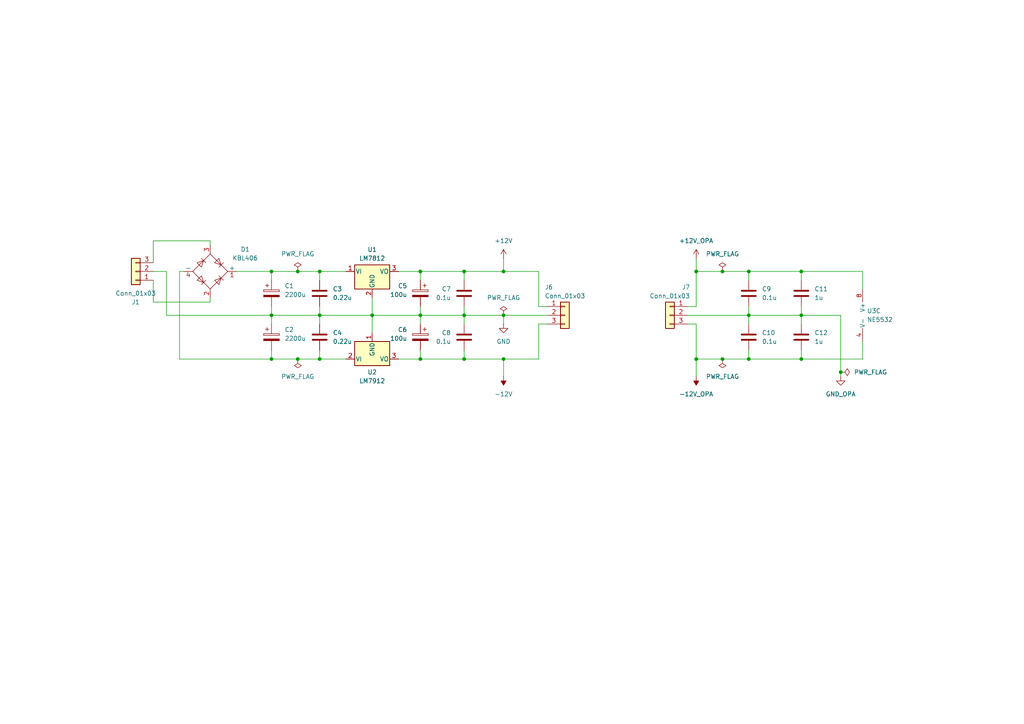
<source format=kicad_sch>
(kicad_sch (version 20250114) (generator "eeschema") (generator_version "9.0")
  (paper "A4")
  (lib_symbols
    (symbol "Amplifier_Operational:NE5532" (pin_names (offset 0.127))
      (property "Reference" "U" (at 0 5.08 0))
      (property "Value" "NE5532" (at 0 -5.08 0))
      (symbol "NE5532_1_1"
        (polyline (pts (xy -5.08 5.08) (xy 5.08 0) (xy -5.08 -5.08) (xy -5.08 5.08)) (stroke (width 0.254)) (fill (type background)))
        (pin input line (at -7.62 2.54 0) (length 2.54) (name "+") (number "3"))
        (pin input line (at -7.62 -2.54 0) (length 2.54) (name "-") (number "2"))
        (pin output line (at 7.62 0 180) (length 2.54) (name "~") (number "1"))
      )
      (symbol "NE5532_2_1"
        (polyline (pts (xy -5.08 5.08) (xy 5.08 0) (xy -5.08 -5.08) (xy -5.08 5.08)) (stroke (width 0.254)) (fill (type background)))
        (pin input line (at -7.62 2.54 0) (length 2.54) (name "+") (number "5"))
        (pin input line (at -7.62 -2.54 0) (length 2.54) (name "-") (number "6"))
        (pin output line (at 7.62 0 180) (length 2.54) (name "~") (number "7"))
      )
      (symbol "NE5532_3_1"
        (pin power_in line (at -2.54 7.62 270) (length 3.81) (name "V+") (number "8"))
        (pin power_in line (at -2.54 -7.62 90) (length 3.81) (name "V-") (number "4"))
      )
    )
    (symbol "Connector_Generic:Conn_01x03" (pin_names (offset 1.016) (hide yes))
      (property "Reference" "J" (at 0 5.08 0))
      (property "Value" "Conn_01x03" (at 0 -5.08 0))
      (symbol "Conn_01x03_1_1"
        (rectangle (start -1.27 3.81) (end 1.27 -3.81) (stroke (width 0.254)) (fill (type background)))
        (rectangle (start -1.27 2.667) (end 0 2.413) (stroke (width 0.1524)))
        (rectangle (start -1.27 0.127) (end 0 -0.127) (stroke (width 0.1524)))
        (rectangle (start -1.27 -2.413) (end 0 -2.667) (stroke (width 0.1524)))
        (pin passive line (at -5.08 2.54 0) (length 3.81) (name "Pin_1") (number "1"))
        (pin passive line (at -5.08 0 0) (length 3.81) (name "Pin_2") (number "2"))
        (pin passive line (at -5.08 -2.54 0) (length 3.81) (name "Pin_3") (number "3"))
      )
    )
    (symbol "Device:C" (pin_numbers (hide yes)) (pin_names (offset 0.254))
      (property "Reference" "C" (at 0.635 2.54 0))
      (property "Value" "C" (at 0.635 -2.54 0))
      (symbol "C_0_1"
        (polyline (pts (xy -2.032 0.762) (xy 2.032 0.762)) (stroke (width 0.508)))
        (polyline (pts (xy -2.032 -0.762) (xy 2.032 -0.762)) (stroke (width 0.508)))
      )
      (symbol "C_1_1"
        (pin passive line (at 0 3.81 270) (length 2.794) (name "~") (number "1"))
        (pin passive line (at 0 -3.81 90) (length 2.794) (name "~") (number "2"))
      )
    )
    (symbol "Device:C_Polarized" (pin_numbers (hide yes)) (pin_names (offset 0.254))
      (property "Reference" "C" (at 0.635 2.54 0))
      (property "Value" "C_Polarized" (at 0.635 -2.54 0))
      (symbol "C_Polarized_0_1"
        (rectangle (start -2.286 0.508) (end 2.286 1.016))
        (polyline (pts (xy -1.778 2.286) (xy -0.762 2.286)))
        (polyline (pts (xy -1.27 2.794) (xy -1.27 1.778)))
        (rectangle (start 2.286 -0.508) (end -2.286 -1.016) (fill (type outline)))
      )
      (symbol "C_Polarized_1_1"
        (pin passive line (at 0 3.81 270) (length 2.794) (name "~") (number "1"))
        (pin passive line (at 0 -3.81 90) (length 2.794) (name "~") (number "2"))
      )
    )
    (symbol "Diode_Bridge:KBU4K" (pin_names (offset 0))
      (property "Reference" "D" (at 2.54 6.985 0))
      (property "Value" "KBU4K" (at 2.54 5.08 0))
      (symbol "KBU4K_0_1"
        (polyline (pts (xy -5.08 0) (xy 0 -5.08) (xy 5.08 0) (xy 0 5.08) (xy -5.08 0)))
        (polyline (pts (xy -3.81 2.54) (xy -2.54 1.27) (xy -1.905 3.175) (xy -3.81 2.54)))
        (polyline (pts (xy -2.54 3.81) (xy -1.27 2.54)))
        (polyline (pts (xy -2.54 -1.27) (xy -3.81 -2.54) (xy -1.905 -3.175) (xy -2.54 -1.27)))
        (polyline (pts (xy -1.27 -2.54) (xy -2.54 -3.81)))
        (polyline (pts (xy 1.27 2.54) (xy 2.54 3.81) (xy 3.175 1.905) (xy 1.27 2.54)))
        (polyline (pts (xy 2.54 1.27) (xy 3.81 2.54)))
        (polyline (pts (xy 2.54 -1.27) (xy 3.81 -2.54)))
        (polyline (pts (xy 3.175 -1.905) (xy 1.27 -2.54) (xy 2.54 -3.81) (xy 3.175 -1.905)))
      )
      (symbol "KBU4K_1_1"
        (pin passive line (at -7.62 0 0) (length 2.54) (name "-") (number "4"))
        (pin passive line (at 0 7.62 270) (length 2.54) (name "~") (number "3"))
        (pin passive line (at 0 -7.62 90) (length 2.54) (name "~") (number "2"))
        (pin passive line (at 7.62 0 180) (length 2.54) (name "+") (number "1"))
      )
    )
    (symbol "Regulator_Linear:LM7812_TO220" (pin_names (offset 0.254))
      (property "Reference" "U" (at -3.81 3.175 0))
      (property "Value" "LM7812_TO220" (at 0 3.175 0))
      (symbol "LM7812_TO220_0_1"
        (rectangle (start -5.08 1.905) (end 5.08 -5.08) (stroke (width 0.254)) (fill (type background)))
      )
      (symbol "LM7812_TO220_1_1"
        (pin power_in line (at -7.62 0 0) (length 2.54) (name "VI") (number "1"))
        (pin power_in line (at 0 -7.62 90) (length 2.54) (name "GND") (number "2"))
        (pin power_out line (at 7.62 0 180) (length 2.54) (name "VO") (number "3"))
      )
    )
    (symbol "Regulator_Linear:LM7912_TO220" (pin_names (offset 0.254))
      (property "Reference" "U" (at -3.81 -3.175 0))
      (property "Value" "LM7912_TO220" (at 0 -3.175 0))
      (symbol "LM7912_TO220_0_1"
        (rectangle (start -5.08 5.08) (end 5.08 -1.905) (stroke (width 0.254)) (fill (type background)))
      )
      (symbol "LM7912_TO220_1_1"
        (pin power_in line (at -7.62 0 0) (length 2.54) (name "VI") (number "2"))
        (pin power_in line (at 0 7.62 270) (length 2.54) (name "GND") (number "1"))
        (pin power_out line (at 7.62 0 180) (length 2.54) (name "VO") (number "3"))
      )
    )
    (symbol "power:+12V" (power) (pin_numbers (hide yes)) (pin_names (offset 0) (hide yes))
      (property "Value" "+12V" (at 0 3.556 0))
      (symbol "+12V_0_1"
        (polyline (pts (xy -0.762 1.27) (xy 0 2.54)))
        (polyline (pts (xy 0 2.54) (xy 0.762 1.27)))
        (polyline (pts (xy 0 0) (xy 0 2.54)))
      )
      (symbol "+12V_1_1"
        (pin power_in line (at 0 0 90) (length 0) (name "~") (number "1"))
      )
    )
    (symbol "power:-12V" (power) (pin_numbers (hide yes)) (pin_names (offset 0) (hide yes))
      (property "Value" "-12V" (at 0 3.556 0))
      (symbol "-12V_0_0"
        (pin power_in line (at 0 0 90) (length 0) (name "~") (number "1"))
      )
      (symbol "-12V_0_1"
        (polyline (pts (xy 0 0) (xy 0 1.27) (xy 0.762 1.27) (xy 0 2.54) (xy -0.762 1.27) (xy 0 1.27)) (fill (type outline)))
      )
    )
    (symbol "power:GND" (power) (pin_numbers (hide yes)) (pin_names (offset 0) (hide yes))
      (property "Value" "GND" (at 0 -3.81 0))
      (symbol "GND_0_1"
        (polyline (pts (xy 0 0) (xy 0 -1.27) (xy 1.27 -1.27) (xy 0 -2.54) (xy -1.27 -1.27) (xy 0 -1.27)))
      )
      (symbol "GND_1_1"
        (pin power_in line (at 0 0 270) (length 0) (name "~") (number "1"))
      )
    )
    (symbol "power:PWR_FLAG" (power) (pin_numbers (hide yes)) (pin_names (offset 0) (hide yes))
      (property "Value" "PWR_FLAG" (at 0 3.81 0))
      (symbol "PWR_FLAG_0_0"
        (pin power_out line (at 0 0 90) (length 0) (name "~") (number "1"))
      )
      (symbol "PWR_FLAG_0_1"
        (polyline (pts (xy 0 0) (xy 0 1.27) (xy -1.016 1.905) (xy 0 2.54) (xy 1.016 1.905) (xy 0 1.27)))
      )
    )
  )
  (junction (at 209.55 78.74))
  (junction (at 86.36 104.14))
  (junction (at 78.74 104.14))
  (junction (at 121.92 104.14))
  (junction (at 92.71 104.14))
  (junction (at 217.17 78.74))
  (junction (at 121.92 78.74))
  (junction (at 92.71 91.44))
  (junction (at 146.05 78.74))
  (junction (at 243.84 107.95))
  (junction (at 217.17 104.14))
  (junction (at 232.41 91.44))
  (junction (at 146.05 91.44))
  (junction (at 232.41 78.74))
  (junction (at 86.36 78.74))
  (junction (at 121.92 91.44))
  (junction (at 209.55 104.14))
  (junction (at 92.71 78.74))
  (junction (at 78.74 91.44))
  (junction (at 134.62 104.14))
  (junction (at 232.41 104.14))
  (junction (at 78.74 78.74))
  (junction (at 201.93 104.14))
  (junction (at 217.17 91.44))
  (junction (at 107.95 91.44))
  (junction (at 146.05 104.14))
  (junction (at 134.62 91.44))
  (junction (at 201.93 78.74))
  (junction (at 134.62 78.74))
  (wire (pts (xy 92.71 104.14) (xy 100.33 104.14)))
  (wire (pts (xy 121.92 101.6) (xy 121.92 104.14)))
  (wire (pts (xy 134.62 91.44) (xy 146.05 91.44)))
  (wire (pts (xy 60.96 87.63) (xy 60.96 86.36)))
  (wire (pts (xy 86.36 104.14) (xy 92.71 104.14)))
  (wire (pts (xy 217.17 91.44) (xy 232.41 91.44)))
  (wire (pts (xy 134.62 91.44) (xy 134.62 93.98)))
  (wire (pts (xy 121.92 78.74) (xy 134.62 78.74)))
  (wire (pts (xy 107.95 91.44) (xy 107.95 96.52)))
  (wire (pts (xy 209.55 104.14) (xy 217.17 104.14)))
  (wire (pts (xy 199.39 93.98) (xy 201.93 93.98)))
  (wire (pts (xy 146.05 91.44) (xy 158.75 91.44)))
  (wire (pts (xy 201.93 104.14) (xy 209.55 104.14)))
  (wire (pts (xy 156.21 88.9) (xy 156.21 78.74)))
  (wire (pts (xy 92.71 91.44) (xy 107.95 91.44)))
  (wire (pts (xy 232.41 101.6) (xy 232.41 104.14)))
  (wire (pts (xy 78.74 104.14) (xy 86.36 104.14)))
  (wire (pts (xy 158.75 93.98) (xy 156.21 93.98)))
  (wire (pts (xy 232.41 81.28) (xy 232.41 78.74)))
  (wire (pts (xy 201.93 109.22) (xy 201.93 104.14)))
  (wire (pts (xy 232.41 91.44) (xy 232.41 93.98)))
  (wire (pts (xy 201.93 74.93) (xy 201.93 78.74)))
  (wire (pts (xy 44.45 69.85) (xy 60.96 69.85)))
  (wire (pts (xy 134.62 104.14) (xy 146.05 104.14)))
  (wire (pts (xy 107.95 91.44) (xy 121.92 91.44)))
  (wire (pts (xy 78.74 91.44) (xy 78.74 93.98)))
  (wire (pts (xy 60.96 69.85) (xy 60.96 71.12)))
  (wire (pts (xy 199.39 88.9) (xy 201.93 88.9)))
  (wire (pts (xy 52.07 78.74) (xy 53.34 78.74)))
  (wire (pts (xy 158.75 88.9) (xy 156.21 88.9)))
  (wire (pts (xy 107.95 86.36) (xy 107.95 91.44)))
  (wire (pts (xy 115.57 104.14) (xy 121.92 104.14)))
  (wire (pts (xy 44.45 87.63) (xy 60.96 87.63)))
  (wire (pts (xy 146.05 109.22) (xy 146.05 104.14)))
  (wire (pts (xy 78.74 88.9) (xy 78.74 91.44)))
  (wire (pts (xy 121.92 78.74) (xy 121.92 81.28)))
  (wire (pts (xy 86.36 78.74) (xy 92.71 78.74)))
  (wire (pts (xy 232.41 91.44) (xy 243.84 91.44)))
  (wire (pts (xy 48.26 78.74) (xy 48.26 91.44)))
  (wire (pts (xy 201.93 93.98) (xy 201.93 104.14)))
  (wire (pts (xy 92.71 78.74) (xy 100.33 78.74)))
  (wire (pts (xy 217.17 78.74) (xy 232.41 78.74)))
  (wire (pts (xy 201.93 78.74) (xy 209.55 78.74)))
  (wire (pts (xy 232.41 88.9) (xy 232.41 91.44)))
  (wire (pts (xy 250.19 104.14) (xy 250.19 99.06)))
  (wire (pts (xy 199.39 91.44) (xy 217.17 91.44)))
  (wire (pts (xy 92.71 91.44) (xy 92.71 93.98)))
  (wire (pts (xy 217.17 88.9) (xy 217.17 91.44)))
  (wire (pts (xy 243.84 91.44) (xy 243.84 107.95)))
  (wire (pts (xy 134.62 88.9) (xy 134.62 91.44)))
  (wire (pts (xy 44.45 78.74) (xy 48.26 78.74)))
  (wire (pts (xy 209.55 78.74) (xy 217.17 78.74)))
  (wire (pts (xy 146.05 74.93) (xy 146.05 78.74)))
  (wire (pts (xy 52.07 104.14) (xy 78.74 104.14)))
  (wire (pts (xy 115.57 78.74) (xy 121.92 78.74)))
  (wire (pts (xy 92.71 88.9) (xy 92.71 91.44)))
  (wire (pts (xy 44.45 76.2) (xy 44.45 69.85)))
  (wire (pts (xy 146.05 78.74) (xy 156.21 78.74)))
  (wire (pts (xy 134.62 78.74) (xy 134.62 81.28)))
  (wire (pts (xy 217.17 81.28) (xy 217.17 78.74)))
  (wire (pts (xy 121.92 91.44) (xy 121.92 93.98)))
  (wire (pts (xy 121.92 91.44) (xy 134.62 91.44)))
  (wire (pts (xy 78.74 101.6) (xy 78.74 104.14)))
  (wire (pts (xy 146.05 91.44) (xy 146.05 93.98)))
  (wire (pts (xy 217.17 101.6) (xy 217.17 104.14)))
  (wire (pts (xy 232.41 104.14) (xy 250.19 104.14)))
  (wire (pts (xy 92.71 81.28) (xy 92.71 78.74)))
  (wire (pts (xy 156.21 93.98) (xy 156.21 104.14)))
  (wire (pts (xy 78.74 78.74) (xy 86.36 78.74)))
  (wire (pts (xy 250.19 78.74) (xy 250.19 83.82)))
  (wire (pts (xy 78.74 81.28) (xy 78.74 78.74)))
  (wire (pts (xy 146.05 104.14) (xy 156.21 104.14)))
  (wire (pts (xy 68.58 78.74) (xy 78.74 78.74)))
  (wire (pts (xy 78.74 91.44) (xy 92.71 91.44)))
  (wire (pts (xy 52.07 78.74) (xy 52.07 104.14)))
  (wire (pts (xy 44.45 81.28) (xy 44.45 87.63)))
  (wire (pts (xy 217.17 91.44) (xy 217.17 93.98)))
  (wire (pts (xy 201.93 78.74) (xy 201.93 88.9)))
  (wire (pts (xy 217.17 104.14) (xy 232.41 104.14)))
  (wire (pts (xy 232.41 78.74) (xy 250.19 78.74)))
  (wire (pts (xy 134.62 78.74) (xy 146.05 78.74)))
  (wire (pts (xy 134.62 101.6) (xy 134.62 104.14)))
  (wire (pts (xy 243.84 107.95) (xy 243.84 109.22)))
  (wire (pts (xy 121.92 104.14) (xy 134.62 104.14)))
  (wire (pts (xy 121.92 88.9) (xy 121.92 91.44)))
  (wire (pts (xy 48.26 91.44) (xy 78.74 91.44)))
  (wire (pts (xy 92.71 101.6) (xy 92.71 104.14)))
  (symbol (lib_id "Device:C") (at 134.62 97.79 0) (mirror x) (unit 1)
    (property "Reference" "C8" (at 130.81 96.5199 0) (effects (justify right)))
    (property "Value" "0.1u" (at 130.81 99.0599 0) (effects (justify right)))
    (property "Footprint" "Capacitor_THT:C_Disc_D5.0mm_W2.5mm_P5.00mm" (effects (hide yes)))
    (property "Description" "Unpolarized capacitor" (effects (hide yes)))
  )
  (symbol (lib_id "power:PWR_FLAG") (at 209.55 78.74 0) (unit 1)
    (property "Reference" "#FLG04" (effects (hide yes)))
    (property "Value" "PWR_FLAG" (at 209.55 73.66 0))
    (property "Description" "Special symbol for telling ERC where power comes from" (effects (hide yes)))
  )
  (symbol (lib_id "power:GND") (at 243.84 109.22 0) (unit 1)
    (property "Reference" "#PWR014" (effects (hide yes)))
    (property "Value" "GND_OPA" (at 243.84 114.3 0))
    (property "Description" "Power symbol creates a global label with name \"GND\" , ground" (effects (hide yes)))
  )
  (symbol (lib_id "Device:C") (at 92.71 85.09 180) (unit 1)
    (property "Reference" "C3" (at 96.52 83.8199 0) (effects (justify right)))
    (property "Value" "0.22u" (at 96.52 86.3599 0) (effects (justify right)))
    (property "Footprint" "Capacitor_THT:C_Disc_D5.0mm_W2.5mm_P5.00mm" (effects (hide yes)))
    (property "Description" "Unpolarized capacitor" (effects (hide yes)))
  )
  (symbol (lib_id "power:PWR_FLAG") (at 146.05 91.44 0) (unit 1)
    (property "Reference" "#FLG03" (effects (hide yes)))
    (property "Value" "PWR_FLAG" (at 146.05 86.36 0))
    (property "Description" "Special symbol for telling ERC where power comes from" (effects (hide yes)))
  )
  (symbol (lib_id "Regulator_Linear:LM7912_TO220") (at 107.95 104.14 0) (unit 1)
    (property "Reference" "U2" (at 107.95 107.95 0))
    (property "Value" "LM7912" (at 107.95 110.49 0))
    (property "Footprint" "Package_TO_SOT_THT:TO-220-3_Vertical" (effects (hide yes)))
    (property "Datasheet" "hhttps://www.onsemi.com/pub/Collateral/MC7900-D.PDF" (effects (hide yes)))
    (property "Description" "Negative 1A 35V Linear Regulator, Fixed Output 12V, TO-220" (effects (hide yes)))
  )
  (symbol (lib_id "Device:C_Polarized") (at 78.74 97.79 0) (unit 1)
    (property "Reference" "C2" (at 82.55 95.6309 0) (effects (justify left)))
    (property "Value" "2200u" (at 82.55 98.1709 0) (effects (justify left)))
    (property "Footprint" "Capacitor_THT:CP_Radial_D12.5mm_P5.00mm" (effects (hide yes)))
    (property "Description" "Polarized capacitor" (effects (hide yes)))
  )
  (symbol (lib_id "Device:C") (at 217.17 85.09 180) (unit 1)
    (property "Reference" "C9" (at 220.98 83.8199 0) (effects (justify right)))
    (property "Value" "0.1u" (at 220.98 86.3599 0) (effects (justify right)))
    (property "Footprint" "Capacitor_THT:C_Disc_D5.0mm_W2.5mm_P5.00mm" (effects (hide yes)))
    (property "Description" "Unpolarized capacitor" (effects (hide yes)))
  )
  (symbol (lib_id "power:-12V") (at 146.05 109.22 0) (mirror x) (unit 1)
    (property "Reference" "#PWR03" (effects (hide yes)))
    (property "Value" "-12V" (at 146.05 114.3 0))
    (property "Description" "Power symbol creates a global label with name \"-12V\"" (effects (hide yes)))
  )
  (symbol (lib_id "Regulator_Linear:LM7812_TO220") (at 107.95 78.74 0) (unit 1)
    (property "Reference" "U1" (at 107.95 72.39 0))
    (property "Value" "LM7812" (at 107.95 74.93 0))
    (property "Footprint" "Package_TO_SOT_THT:TO-220-3_Vertical" (effects (hide yes)))
    (property "Datasheet" "https://www.onsemi.cn/PowerSolutions/document/MC7800-D.PDF" (effects (hide yes)))
    (property "Description" "Positive 1A 35V Linear Regulator, Fixed Output 12V, TO-220" (effects (hide yes)))
  )
  (symbol (lib_id "Device:C") (at 217.17 97.79 180) (unit 1)
    (property "Reference" "C10" (at 220.98 96.5199 0) (effects (justify right)))
    (property "Value" "0.1u" (at 220.98 99.0599 0) (effects (justify right)))
    (property "Footprint" "Capacitor_THT:C_Disc_D5.0mm_W2.5mm_P5.00mm" (effects (hide yes)))
    (property "Description" "Unpolarized capacitor" (effects (hide yes)))
  )
  (symbol (lib_id "Connector_Generic:Conn_01x03") (at 39.37 78.74 180) (unit 1)
    (property "Reference" "J1" (at 39.37 87.63 0))
    (property "Value" "Conn_01x03" (at 39.37 85.09 0))
    (property "Footprint" "TerminalBlock_TE-Connectivity:TerminalBlock_TE_282834-3_1x03_P2.54mm_Horizontal" (effects (hide yes)))
    (property "Description" "Generic connector, single row, 01x03, script generated (kicad-library-utils/schlib/autogen/connector/)" (effects (hide yes)))
  )
  (symbol (lib_id "Device:C") (at 134.62 85.09 0) (mirror x) (unit 1)
    (property "Reference" "C7" (at 130.81 83.8199 0) (effects (justify right)))
    (property "Value" "0.1u" (at 130.81 86.3599 0) (effects (justify right)))
    (property "Footprint" "Capacitor_THT:C_Disc_D5.0mm_W2.5mm_P5.00mm" (effects (hide yes)))
    (property "Description" "Unpolarized capacitor" (effects (hide yes)))
  )
  (symbol (lib_id "Device:C_Polarized") (at 78.74 85.09 0) (unit 1)
    (property "Reference" "C1" (at 82.55 82.9309 0) (effects (justify left)))
    (property "Value" "2200u" (at 82.55 85.4709 0) (effects (justify left)))
    (property "Footprint" "Capacitor_THT:CP_Radial_D12.5mm_P5.00mm" (effects (hide yes)))
    (property "Description" "Polarized capacitor" (effects (hide yes)))
  )
  (symbol (lib_id "power:PWR_FLAG") (at 86.36 104.14 0) (mirror x) (unit 1)
    (property "Reference" "#FLG02" (effects (hide yes)))
    (property "Value" "PWR_FLAG" (at 86.36 109.22 0))
    (property "Description" "Special symbol for telling ERC where power comes from" (effects (hide yes)))
  )
  (symbol (lib_id "Diode_Bridge:KBU4K") (at 60.96 78.74 0) (unit 1)
    (property "Reference" "D1" (at 71.12 72.3198 0))
    (property "Value" "KBL406" (at 71.12 74.8598 0))
    (property "Footprint" "Diode_THT:Diode_Bridge_Vishay_KBU" (effects (hide yes)))
    (property "Datasheet" "http://www.vishay.com/docs/88656/kbu4.pdf" (effects (hide yes)))
    (property "Description" "Single-Phase Bridge Rectifier, 560V Vrms, 4.0A If, KBU package" (effects (hide yes)))
  )
  (symbol (lib_id "Device:C") (at 232.41 85.09 180) (unit 1)
    (property "Reference" "C11" (at 236.22 83.8199 0) (effects (justify right)))
    (property "Value" "1u" (at 236.22 86.3599 0) (effects (justify right)))
    (property "Footprint" "Capacitor_THT:C_Disc_D5.0mm_W2.5mm_P5.00mm" (effects (hide yes)))
    (property "Description" "Unpolarized capacitor" (effects (hide yes)))
  )
  (symbol (lib_id "Device:C_Polarized") (at 121.92 85.09 0) (mirror y) (unit 1)
    (property "Reference" "C5" (at 118.11 82.9309 0) (effects (justify left)))
    (property "Value" "100u" (at 118.11 85.4709 0) (effects (justify left)))
    (property "Footprint" "Capacitor_THT:CP_Radial_D5.0mm_P2.50mm" (effects (hide yes)))
    (property "Description" "Polarized capacitor" (effects (hide yes)))
  )
  (symbol (lib_id "Connector_Generic:Conn_01x03") (at 194.31 91.44 0) (mirror y) (unit 1)
    (property "Reference" "J7" (at 200.152 83.312 0) (effects (justify left)))
    (property "Value" "Conn_01x03" (at 200.152 85.852 0) (effects (justify left)))
    (property "Footprint" "Connector_PinHeader_2.54mm:PinHeader_1x03_P2.54mm_Vertical" (effects (hide yes)))
    (property "Description" "Generic connector, single row, 01x03, script generated (kicad-library-utils/schlib/autogen/connector/)" (effects (hide yes)))
  )
  (symbol (lib_id "power:+12V") (at 201.93 74.93 0) (unit 1)
    (property "Reference" "#PWR015" (effects (hide yes)))
    (property "Value" "+12V_OPA" (at 201.93 69.85 0))
    (property "Description" "Power symbol creates a global label with name \"+12V\"" (effects (hide yes)))
  )
  (symbol (lib_id "Amplifier_Operational:NE5532") (at 252.73 91.44 0) (unit 3)
    (property "Reference" "U3" (at 251.46 90.1699 0) (effects (justify left)))
    (property "Value" "NE5532" (at 251.46 92.7099 0) (effects (justify left)))
    (property "Footprint" "Package_DIP:DIP-8_W7.62mm_Socket" (effects (hide yes)))
    (property "Datasheet" "http://www.ti.com/lit/ds/symlink/ne5532.pdf" (effects (hide yes)))
    (property "Description" "Dual Low-Noise Operational Amplifiers, DIP-8/SOIC-8" (effects (hide yes)))
  )
  (symbol (lib_id "Device:C_Polarized") (at 121.92 97.79 0) (mirror y) (unit 1)
    (property "Reference" "C6" (at 118.11 95.6309 0) (effects (justify left)))
    (property "Value" "100u" (at 118.11 98.1709 0) (effects (justify left)))
    (property "Footprint" "Capacitor_THT:CP_Radial_D5.0mm_P2.50mm" (effects (hide yes)))
    (property "Description" "Polarized capacitor" (effects (hide yes)))
  )
  (symbol (lib_id "power:PWR_FLAG") (at 209.55 104.14 0) (mirror x) (unit 1)
    (property "Reference" "#FLG05" (effects (hide yes)))
    (property "Value" "PWR_FLAG" (at 209.55 109.22 0))
    (property "Description" "Special symbol for telling ERC where power comes from" (effects (hide yes)))
  )
  (symbol (lib_id "power:GND") (at 146.05 93.98 0) (unit 1)
    (property "Reference" "#PWR02" (effects (hide yes)))
    (property "Value" "GND" (at 146.05 99.06 0))
    (property "Description" "Power symbol creates a global label with name \"GND\" , ground" (effects (hide yes)))
  )
  (symbol (lib_id "Device:C") (at 232.41 97.79 180) (unit 1)
    (property "Reference" "C12" (at 236.22 96.5199 0) (effects (justify right)))
    (property "Value" "1u" (at 236.22 99.0599 0) (effects (justify right)))
    (property "Footprint" "Capacitor_THT:C_Disc_D5.0mm_W2.5mm_P5.00mm" (effects (hide yes)))
    (property "Description" "Unpolarized capacitor" (effects (hide yes)))
  )
  (symbol (lib_id "power:+12V") (at 146.05 74.93 0) (unit 1)
    (property "Reference" "#PWR01" (effects (hide yes)))
    (property "Value" "+12V" (at 146.05 69.85 0))
    (property "Description" "Power symbol creates a global label with name \"+12V\"" (effects (hide yes)))
  )
  (symbol (lib_id "power:PWR_FLAG") (at 86.36 78.74 0) (unit 1)
    (property "Reference" "#FLG01" (effects (hide yes)))
    (property "Value" "PWR_FLAG" (at 86.36 73.66 0))
    (property "Description" "Special symbol for telling ERC where power comes from" (effects (hide yes)))
  )
  (symbol (lib_id "power:-12V") (at 201.93 109.22 0) (mirror x) (unit 1)
    (property "Reference" "#PWR016" (effects (hide yes)))
    (property "Value" "-12V_OPA" (at 201.93 114.3 0))
    (property "Description" "Power symbol creates a global label with name \"-12V\"" (effects (hide yes)))
  )
  (symbol (lib_id "Device:C") (at 92.71 97.79 180) (unit 1)
    (property "Reference" "C4" (at 96.52 96.5199 0) (effects (justify right)))
    (property "Value" "0.22u" (at 96.52 99.0599 0) (effects (justify right)))
    (property "Footprint" "Capacitor_THT:C_Disc_D5.0mm_W2.5mm_P5.00mm" (effects (hide yes)))
    (property "Description" "Unpolarized capacitor" (effects (hide yes)))
  )
  (symbol (lib_id "Connector_Generic:Conn_01x03") (at 163.83 91.44 0) (unit 1)
    (property "Reference" "J6" (at 157.988 83.312 0) (effects (justify left)))
    (property "Value" "Conn_01x03" (at 157.988 85.852 0) (effects (justify left)))
    (property "Footprint" "Connector_PinHeader_2.54mm:PinHeader_1x03_P2.54mm_Vertical" (effects (hide yes)))
    (property "Description" "Generic connector, single row, 01x03, script generated (kicad-library-utils/schlib/autogen/connector/)" (effects (hide yes)))
  )
  (symbol (lib_id "power:PWR_FLAG") (at 243.84 107.95 270) (unit 1)
    (property "Reference" "#FLG06" (effects (hide yes)))
    (property "Value" "PWR_FLAG" (at 247.65 107.9499 90) (effects (justify left)))
    (property "Description" "Special symbol for telling ERC where power comes from" (effects (hide yes)))
  )
)
</source>
